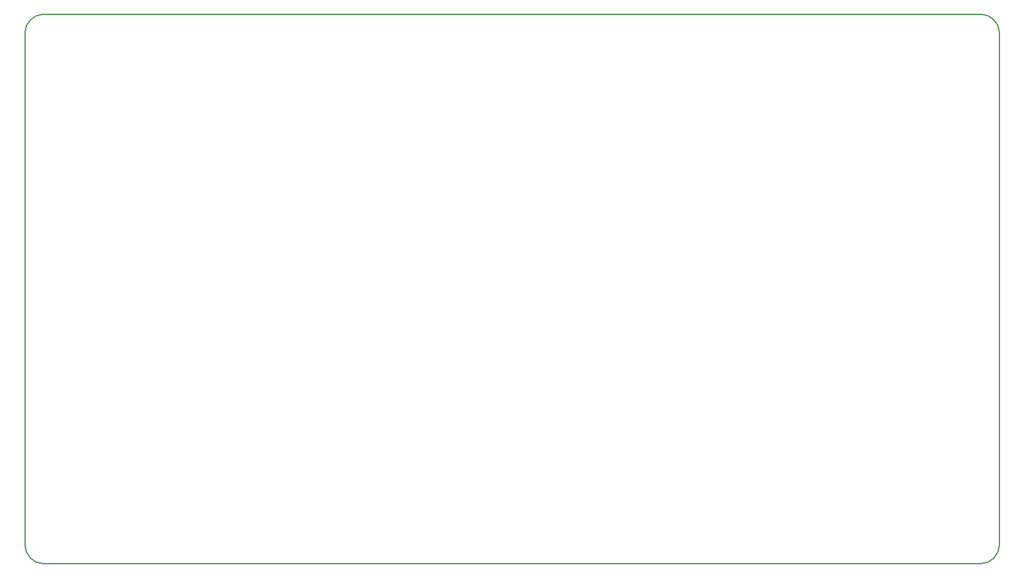
<source format=gko>
G04*
G04 #@! TF.GenerationSoftware,Altium Limited,Altium Designer,22.3.1 (43)*
G04*
G04 Layer_Color=16711935*
%FSLAX25Y25*%
%MOIN*%
G70*
G04*
G04 #@! TF.SameCoordinates,8EB33FF8-491A-49A4-B63E-2C25C033CD89*
G04*
G04*
G04 #@! TF.FilePolarity,Positive*
G04*
G01*
G75*
%ADD35C,0.00500*%
D35*
X73748Y127500D02*
G03*
X84500Y116748I10751J0D01*
G01*
X606411D02*
G03*
X606484Y116738I73J241D01*
G01*
D02*
G03*
X617232Y127203I-0J10751D01*
G01*
Y127203D02*
G03*
X617251Y127300I-232J97D01*
G01*
Y413000D02*
G03*
X617235Y413089I-251J0D01*
G01*
X617235Y413089D02*
G03*
X607089Y423235I-10735J-589D01*
G01*
X607089Y423235D02*
G03*
X607000Y423251I-88J-235D01*
G01*
X84100D02*
G03*
X84029Y423241I0J-252D01*
G01*
Y423241D02*
G03*
X73759Y412971I471J-10741D01*
G01*
X73759Y412971D02*
G03*
X73748Y412900I241J-71D01*
G01*
X84500Y116748D02*
X606411D01*
X617251Y127300D02*
Y413000D01*
X84100Y423251D02*
X607000D01*
X73748Y127500D02*
Y412900D01*
M02*

</source>
